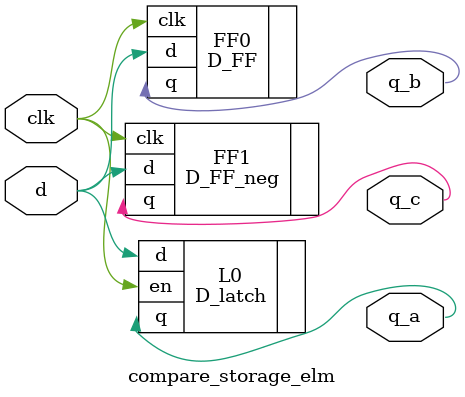
<source format=v>
`timescale 1ns / 1ps


module compare_storage_elm(
input d,clk,
output q_a, q_b, q_c
    );
    
D_FF FF0 (.d(d),
          .clk(clk),
          .q(q_b) );
          
D_FF_neg FF1 (.d(d),
              .clk(clk),
              .q(q_c) );
          
D_latch L0 (.d(d),
          .en(clk),
          .q(q_a) );

endmodule

</source>
